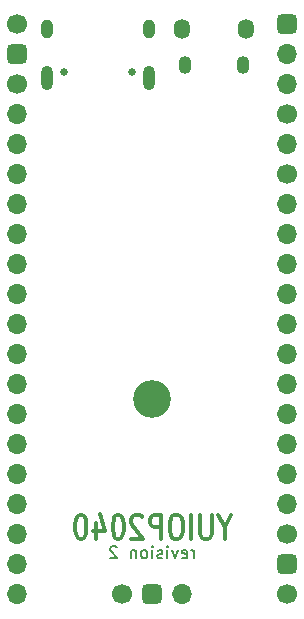
<source format=gbr>
%TF.GenerationSoftware,KiCad,Pcbnew,(6.0.1)*%
%TF.CreationDate,2022-03-04T09:32:41+09:00*%
%TF.ProjectId,yuiop2040,7975696f-7032-4303-9430-2e6b69636164,2*%
%TF.SameCoordinates,Original*%
%TF.FileFunction,Soldermask,Bot*%
%TF.FilePolarity,Negative*%
%FSLAX46Y46*%
G04 Gerber Fmt 4.6, Leading zero omitted, Abs format (unit mm)*
G04 Created by KiCad (PCBNEW (6.0.1)) date 2022-03-04 09:32:41*
%MOMM*%
%LPD*%
G01*
G04 APERTURE LIST*
G04 Aperture macros list*
%AMRoundRect*
0 Rectangle with rounded corners*
0 $1 Rounding radius*
0 $2 $3 $4 $5 $6 $7 $8 $9 X,Y pos of 4 corners*
0 Add a 4 corners polygon primitive as box body*
4,1,4,$2,$3,$4,$5,$6,$7,$8,$9,$2,$3,0*
0 Add four circle primitives for the rounded corners*
1,1,$1+$1,$2,$3*
1,1,$1+$1,$4,$5*
1,1,$1+$1,$6,$7*
1,1,$1+$1,$8,$9*
0 Add four rect primitives between the rounded corners*
20,1,$1+$1,$2,$3,$4,$5,0*
20,1,$1+$1,$4,$5,$6,$7,0*
20,1,$1+$1,$6,$7,$8,$9,0*
20,1,$1+$1,$8,$9,$2,$3,0*%
G04 Aperture macros list end*
%ADD10C,0.300000*%
%ADD11C,0.150000*%
%ADD12C,3.200000*%
%ADD13C,1.700000*%
%ADD14RoundRect,0.425000X0.425000X0.425000X-0.425000X0.425000X-0.425000X-0.425000X0.425000X-0.425000X0*%
%ADD15O,1.700000X1.700000*%
%ADD16RoundRect,0.425000X0.425000X-0.425000X0.425000X0.425000X-0.425000X0.425000X-0.425000X-0.425000X0*%
%ADD17RoundRect,0.425000X-0.425000X-0.425000X0.425000X-0.425000X0.425000X0.425000X-0.425000X0.425000X0*%
%ADD18O,1.350000X1.700000*%
%ADD19O,1.100000X1.500000*%
%ADD20C,0.650000*%
%ADD21O,1.000000X1.600000*%
%ADD22O,1.000000X2.100000*%
G04 APERTURE END LIST*
D10*
X145526190Y-117652380D02*
X145526190Y-118604761D01*
X146079523Y-116604761D02*
X145526190Y-117652380D01*
X144972857Y-116604761D01*
X144419523Y-116604761D02*
X144419523Y-118223809D01*
X144340476Y-118414285D01*
X144261428Y-118509523D01*
X144103333Y-118604761D01*
X143787142Y-118604761D01*
X143629047Y-118509523D01*
X143550000Y-118414285D01*
X143470952Y-118223809D01*
X143470952Y-116604761D01*
X142680476Y-118604761D02*
X142680476Y-116604761D01*
X141573809Y-116604761D02*
X141257619Y-116604761D01*
X141099523Y-116700000D01*
X140941428Y-116890476D01*
X140862380Y-117271428D01*
X140862380Y-117938095D01*
X140941428Y-118319047D01*
X141099523Y-118509523D01*
X141257619Y-118604761D01*
X141573809Y-118604761D01*
X141731904Y-118509523D01*
X141890000Y-118319047D01*
X141969047Y-117938095D01*
X141969047Y-117271428D01*
X141890000Y-116890476D01*
X141731904Y-116700000D01*
X141573809Y-116604761D01*
X140150952Y-118604761D02*
X140150952Y-116604761D01*
X139518571Y-116604761D01*
X139360476Y-116700000D01*
X139281428Y-116795238D01*
X139202380Y-116985714D01*
X139202380Y-117271428D01*
X139281428Y-117461904D01*
X139360476Y-117557142D01*
X139518571Y-117652380D01*
X140150952Y-117652380D01*
X138570000Y-116795238D02*
X138490952Y-116700000D01*
X138332857Y-116604761D01*
X137937619Y-116604761D01*
X137779523Y-116700000D01*
X137700476Y-116795238D01*
X137621428Y-116985714D01*
X137621428Y-117176190D01*
X137700476Y-117461904D01*
X138649047Y-118604761D01*
X137621428Y-118604761D01*
X136593809Y-116604761D02*
X136435714Y-116604761D01*
X136277619Y-116700000D01*
X136198571Y-116795238D01*
X136119523Y-116985714D01*
X136040476Y-117366666D01*
X136040476Y-117842857D01*
X136119523Y-118223809D01*
X136198571Y-118414285D01*
X136277619Y-118509523D01*
X136435714Y-118604761D01*
X136593809Y-118604761D01*
X136751904Y-118509523D01*
X136830952Y-118414285D01*
X136910000Y-118223809D01*
X136989047Y-117842857D01*
X136989047Y-117366666D01*
X136910000Y-116985714D01*
X136830952Y-116795238D01*
X136751904Y-116700000D01*
X136593809Y-116604761D01*
X134617619Y-117271428D02*
X134617619Y-118604761D01*
X135012857Y-116509523D02*
X135408095Y-117938095D01*
X134380476Y-117938095D01*
X133431904Y-116604761D02*
X133273809Y-116604761D01*
X133115714Y-116700000D01*
X133036666Y-116795238D01*
X132957619Y-116985714D01*
X132878571Y-117366666D01*
X132878571Y-117842857D01*
X132957619Y-118223809D01*
X133036666Y-118414285D01*
X133115714Y-118509523D01*
X133273809Y-118604761D01*
X133431904Y-118604761D01*
X133590000Y-118509523D01*
X133669047Y-118414285D01*
X133748095Y-118223809D01*
X133827142Y-117842857D01*
X133827142Y-117366666D01*
X133748095Y-116985714D01*
X133669047Y-116795238D01*
X133590000Y-116700000D01*
X133431904Y-116604761D01*
D11*
X142923809Y-120252380D02*
X142923809Y-119585714D01*
X142923809Y-119776190D02*
X142876190Y-119680952D01*
X142828571Y-119633333D01*
X142733333Y-119585714D01*
X142638095Y-119585714D01*
X141923809Y-120204761D02*
X142019047Y-120252380D01*
X142209523Y-120252380D01*
X142304761Y-120204761D01*
X142352380Y-120109523D01*
X142352380Y-119728571D01*
X142304761Y-119633333D01*
X142209523Y-119585714D01*
X142019047Y-119585714D01*
X141923809Y-119633333D01*
X141876190Y-119728571D01*
X141876190Y-119823809D01*
X142352380Y-119919047D01*
X141542857Y-119585714D02*
X141304761Y-120252380D01*
X141066666Y-119585714D01*
X140685714Y-120252380D02*
X140685714Y-119585714D01*
X140685714Y-119252380D02*
X140733333Y-119300000D01*
X140685714Y-119347619D01*
X140638095Y-119300000D01*
X140685714Y-119252380D01*
X140685714Y-119347619D01*
X140257142Y-120204761D02*
X140161904Y-120252380D01*
X139971428Y-120252380D01*
X139876190Y-120204761D01*
X139828571Y-120109523D01*
X139828571Y-120061904D01*
X139876190Y-119966666D01*
X139971428Y-119919047D01*
X140114285Y-119919047D01*
X140209523Y-119871428D01*
X140257142Y-119776190D01*
X140257142Y-119728571D01*
X140209523Y-119633333D01*
X140114285Y-119585714D01*
X139971428Y-119585714D01*
X139876190Y-119633333D01*
X139400000Y-120252380D02*
X139400000Y-119585714D01*
X139400000Y-119252380D02*
X139447619Y-119300000D01*
X139400000Y-119347619D01*
X139352380Y-119300000D01*
X139400000Y-119252380D01*
X139400000Y-119347619D01*
X138780952Y-120252380D02*
X138876190Y-120204761D01*
X138923809Y-120157142D01*
X138971428Y-120061904D01*
X138971428Y-119776190D01*
X138923809Y-119680952D01*
X138876190Y-119633333D01*
X138780952Y-119585714D01*
X138638095Y-119585714D01*
X138542857Y-119633333D01*
X138495238Y-119680952D01*
X138447619Y-119776190D01*
X138447619Y-120061904D01*
X138495238Y-120157142D01*
X138542857Y-120204761D01*
X138638095Y-120252380D01*
X138780952Y-120252380D01*
X138019047Y-119585714D02*
X138019047Y-120252380D01*
X138019047Y-119680952D02*
X137971428Y-119633333D01*
X137876190Y-119585714D01*
X137733333Y-119585714D01*
X137638095Y-119633333D01*
X137590476Y-119728571D01*
X137590476Y-120252380D01*
X136400000Y-119347619D02*
X136352380Y-119300000D01*
X136257142Y-119252380D01*
X136019047Y-119252380D01*
X135923809Y-119300000D01*
X135876190Y-119347619D01*
X135828571Y-119442857D01*
X135828571Y-119538095D01*
X135876190Y-119680952D01*
X136447619Y-120252380D01*
X135828571Y-120252380D01*
D12*
%TO.C,U2*%
X139400000Y-106800000D03*
%TD*%
D13*
%TO.C,J4*%
X150830000Y-123310000D03*
D14*
X150830000Y-120770000D03*
D13*
X150830000Y-118230000D03*
D15*
X150830000Y-115690000D03*
X150830000Y-113150000D03*
X150830000Y-110610000D03*
X150830000Y-108070000D03*
X150830000Y-105530000D03*
X150830000Y-102990000D03*
X150830000Y-100450000D03*
X150830000Y-97910000D03*
X150830000Y-95370000D03*
X150830000Y-92830000D03*
X150830000Y-90290000D03*
D13*
X150830000Y-87750000D03*
D15*
X150830000Y-85210000D03*
D13*
X150830000Y-82670000D03*
D15*
X150830000Y-80130000D03*
X150830000Y-77590000D03*
D14*
X150830000Y-75050000D03*
%TD*%
D13*
%TO.C,J5*%
X136860000Y-123310000D03*
D16*
X139400000Y-123310000D03*
D15*
X141940000Y-123310000D03*
%TD*%
D13*
%TO.C,J3*%
X127970000Y-75050000D03*
D17*
X127970000Y-77590000D03*
D13*
X127970000Y-80130000D03*
D15*
X127970000Y-82670000D03*
X127970000Y-85210000D03*
X127970000Y-87750000D03*
X127970000Y-90290000D03*
X127970000Y-92830000D03*
X127970000Y-95370000D03*
X127970000Y-97910000D03*
X127970000Y-100450000D03*
X127970000Y-102990000D03*
X127970000Y-105530000D03*
X127970000Y-108070000D03*
X127970000Y-110610000D03*
X127970000Y-113150000D03*
X127970000Y-115690000D03*
X127970000Y-118230000D03*
X127970000Y-120770000D03*
X127970000Y-123310000D03*
%TD*%
D18*
%TO.C,J1*%
X141895000Y-75485000D03*
D19*
X142205000Y-78485000D03*
X147045000Y-78485000D03*
D18*
X147355000Y-75485000D03*
%TD*%
D20*
%TO.C,J2*%
X137690000Y-79120000D03*
X131910000Y-79120000D03*
D21*
X130480000Y-75440000D03*
X139120000Y-75440000D03*
D22*
X139120000Y-79620000D03*
X130480000Y-79620000D03*
%TD*%
M02*

</source>
